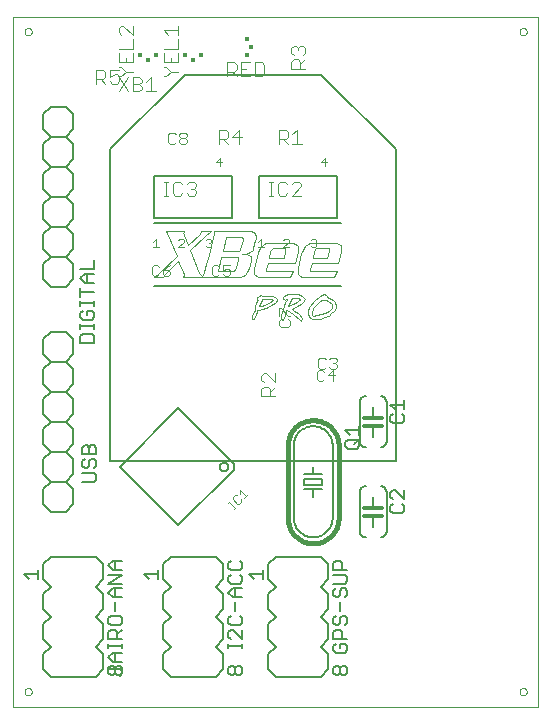
<source format=gto>
G75*
G70*
%OFA0B0*%
%FSLAX24Y24*%
%IPPOS*%
%LPD*%
%AMOC8*
5,1,8,0,0,1.08239X$1,22.5*
%
%ADD10C,0.0000*%
%ADD11C,0.0060*%
%ADD12C,0.0030*%
%ADD13C,0.0160*%
%ADD14C,0.0050*%
%ADD15C,0.0120*%
%ADD16C,0.0080*%
%ADD17C,0.0040*%
%ADD18R,0.0167X0.0128*%
%ADD19R,0.0138X0.0138*%
%ADD20R,0.0128X0.0167*%
D10*
X000150Y000150D02*
X000150Y023150D01*
X017650Y023150D01*
X017650Y000150D01*
X000150Y000150D01*
X000532Y000650D02*
X000534Y000671D01*
X000540Y000691D01*
X000549Y000711D01*
X000561Y000728D01*
X000576Y000742D01*
X000594Y000754D01*
X000614Y000762D01*
X000634Y000767D01*
X000655Y000768D01*
X000676Y000765D01*
X000696Y000759D01*
X000715Y000748D01*
X000732Y000735D01*
X000745Y000719D01*
X000756Y000701D01*
X000764Y000681D01*
X000768Y000661D01*
X000768Y000639D01*
X000764Y000619D01*
X000756Y000599D01*
X000745Y000581D01*
X000732Y000565D01*
X000715Y000552D01*
X000696Y000541D01*
X000676Y000535D01*
X000655Y000532D01*
X000634Y000533D01*
X000614Y000538D01*
X000594Y000546D01*
X000576Y000558D01*
X000561Y000572D01*
X000549Y000589D01*
X000540Y000609D01*
X000534Y000629D01*
X000532Y000650D01*
X017032Y000650D02*
X017034Y000671D01*
X017040Y000691D01*
X017049Y000711D01*
X017061Y000728D01*
X017076Y000742D01*
X017094Y000754D01*
X017114Y000762D01*
X017134Y000767D01*
X017155Y000768D01*
X017176Y000765D01*
X017196Y000759D01*
X017215Y000748D01*
X017232Y000735D01*
X017245Y000719D01*
X017256Y000701D01*
X017264Y000681D01*
X017268Y000661D01*
X017268Y000639D01*
X017264Y000619D01*
X017256Y000599D01*
X017245Y000581D01*
X017232Y000565D01*
X017215Y000552D01*
X017196Y000541D01*
X017176Y000535D01*
X017155Y000532D01*
X017134Y000533D01*
X017114Y000538D01*
X017094Y000546D01*
X017076Y000558D01*
X017061Y000572D01*
X017049Y000589D01*
X017040Y000609D01*
X017034Y000629D01*
X017032Y000650D01*
X017032Y022650D02*
X017034Y022671D01*
X017040Y022691D01*
X017049Y022711D01*
X017061Y022728D01*
X017076Y022742D01*
X017094Y022754D01*
X017114Y022762D01*
X017134Y022767D01*
X017155Y022768D01*
X017176Y022765D01*
X017196Y022759D01*
X017215Y022748D01*
X017232Y022735D01*
X017245Y022719D01*
X017256Y022701D01*
X017264Y022681D01*
X017268Y022661D01*
X017268Y022639D01*
X017264Y022619D01*
X017256Y022599D01*
X017245Y022581D01*
X017232Y022565D01*
X017215Y022552D01*
X017196Y022541D01*
X017176Y022535D01*
X017155Y022532D01*
X017134Y022533D01*
X017114Y022538D01*
X017094Y022546D01*
X017076Y022558D01*
X017061Y022572D01*
X017049Y022589D01*
X017040Y022609D01*
X017034Y022629D01*
X017032Y022650D01*
X000532Y022650D02*
X000534Y022671D01*
X000540Y022691D01*
X000549Y022711D01*
X000561Y022728D01*
X000576Y022742D01*
X000594Y022754D01*
X000614Y022762D01*
X000634Y022767D01*
X000655Y022768D01*
X000676Y022765D01*
X000696Y022759D01*
X000715Y022748D01*
X000732Y022735D01*
X000745Y022719D01*
X000756Y022701D01*
X000764Y022681D01*
X000768Y022661D01*
X000768Y022639D01*
X000764Y022619D01*
X000756Y022599D01*
X000745Y022581D01*
X000732Y022565D01*
X000715Y022552D01*
X000696Y022541D01*
X000676Y022535D01*
X000655Y022532D01*
X000634Y022533D01*
X000614Y022538D01*
X000594Y022546D01*
X000576Y022558D01*
X000561Y022572D01*
X000549Y022589D01*
X000540Y022609D01*
X000534Y022629D01*
X000532Y022650D01*
D11*
X001400Y020150D02*
X001150Y019900D01*
X001150Y019400D01*
X001400Y019150D01*
X001150Y018900D01*
X001150Y018400D01*
X001400Y018150D01*
X001900Y018150D01*
X002150Y018400D01*
X002150Y018900D01*
X001900Y019150D01*
X001400Y019150D01*
X001900Y019150D02*
X002150Y019400D01*
X002150Y019900D01*
X001900Y020150D01*
X001400Y020150D01*
X001400Y018150D02*
X001150Y017900D01*
X001150Y017400D01*
X001400Y017150D01*
X001150Y016900D01*
X001150Y016400D01*
X001400Y016150D01*
X001150Y015900D01*
X001150Y015400D01*
X001400Y015150D01*
X001150Y014900D01*
X001150Y014400D01*
X001400Y014150D01*
X001900Y014150D01*
X002150Y014400D01*
X002150Y014900D01*
X001900Y015150D01*
X001400Y015150D01*
X001900Y015150D02*
X002150Y015400D01*
X002150Y015900D01*
X001900Y016150D01*
X001400Y016150D01*
X001900Y016150D02*
X002150Y016400D01*
X002150Y016900D01*
X001900Y017150D01*
X001400Y017150D01*
X001900Y017150D02*
X002150Y017400D01*
X002150Y017900D01*
X001900Y018150D01*
X004850Y016279D02*
X011078Y016279D01*
X011078Y014191D02*
X004850Y014191D01*
X002150Y012400D02*
X002150Y011900D01*
X001900Y011650D01*
X002150Y011400D01*
X002150Y010900D01*
X001900Y010650D01*
X002150Y010400D01*
X002150Y009900D01*
X001900Y009650D01*
X002150Y009400D01*
X002150Y008900D01*
X001900Y008650D01*
X002150Y008400D01*
X002150Y007900D01*
X001900Y007650D01*
X002150Y007400D01*
X002150Y006900D01*
X001900Y006650D01*
X001400Y006650D01*
X001150Y006900D01*
X001150Y007400D01*
X001400Y007650D01*
X001150Y007900D01*
X001150Y008400D01*
X001400Y008650D01*
X001900Y008650D01*
X001400Y008650D02*
X001150Y008900D01*
X001150Y009400D01*
X001400Y009650D01*
X001150Y009900D01*
X001150Y010400D01*
X001400Y010650D01*
X001150Y010900D01*
X001150Y011400D01*
X001400Y011650D01*
X001150Y011900D01*
X001150Y012400D01*
X001400Y012650D01*
X001900Y012650D01*
X002150Y012400D01*
X001900Y011650D02*
X001400Y011650D01*
X001400Y010650D02*
X001900Y010650D01*
X001900Y009650D02*
X001400Y009650D01*
X001400Y007650D02*
X001900Y007650D01*
X003698Y008147D02*
X005647Y010101D01*
X007503Y008252D01*
X007503Y008054D01*
X005653Y006198D01*
X003698Y008147D01*
X002900Y005150D02*
X001400Y005150D01*
X001150Y004900D01*
X001150Y004400D01*
X001400Y004150D01*
X001150Y003900D01*
X001150Y003400D01*
X001400Y003150D01*
X001150Y002900D01*
X001150Y002400D01*
X001400Y002150D01*
X001150Y001900D01*
X001150Y001400D01*
X001400Y001150D01*
X002900Y001150D01*
X003150Y001400D01*
X003150Y001900D01*
X002900Y002150D01*
X003150Y002400D01*
X003150Y002900D01*
X002900Y003150D01*
X003150Y003400D01*
X003150Y003900D01*
X002900Y004150D01*
X003150Y004400D01*
X003150Y004900D01*
X002900Y005150D01*
X005150Y004900D02*
X005150Y004400D01*
X005400Y004150D01*
X005150Y003900D01*
X005150Y003400D01*
X005400Y003150D01*
X005150Y002900D01*
X005150Y002400D01*
X005400Y002150D01*
X005150Y001900D01*
X005150Y001400D01*
X005400Y001150D01*
X006900Y001150D01*
X007150Y001400D01*
X007150Y001900D01*
X006900Y002150D01*
X007150Y002400D01*
X007150Y002900D01*
X006900Y003150D01*
X007150Y003400D01*
X007150Y003900D01*
X006900Y004150D01*
X007150Y004400D01*
X007150Y004900D01*
X006900Y005150D01*
X005400Y005150D01*
X005150Y004900D01*
X007036Y008153D02*
X007038Y008176D01*
X007044Y008199D01*
X007053Y008220D01*
X007066Y008240D01*
X007082Y008257D01*
X007100Y008271D01*
X007120Y008282D01*
X007142Y008290D01*
X007165Y008294D01*
X007189Y008294D01*
X007212Y008290D01*
X007234Y008282D01*
X007254Y008271D01*
X007272Y008257D01*
X007288Y008240D01*
X007301Y008220D01*
X007310Y008199D01*
X007316Y008176D01*
X007318Y008153D01*
X007316Y008130D01*
X007310Y008107D01*
X007301Y008086D01*
X007288Y008066D01*
X007272Y008049D01*
X007254Y008035D01*
X007234Y008024D01*
X007212Y008016D01*
X007189Y008012D01*
X007165Y008012D01*
X007142Y008016D01*
X007120Y008024D01*
X007100Y008035D01*
X007082Y008049D01*
X007066Y008066D01*
X007053Y008086D01*
X007044Y008107D01*
X007038Y008130D01*
X007036Y008153D01*
X008900Y005150D02*
X008650Y004900D01*
X008650Y004400D01*
X008900Y004150D01*
X008650Y003900D01*
X008650Y003400D01*
X008900Y003150D01*
X008650Y002900D01*
X008650Y002400D01*
X008900Y002150D01*
X008650Y001900D01*
X008650Y001400D01*
X008900Y001150D01*
X010400Y001150D01*
X010650Y001400D01*
X010650Y001900D01*
X010400Y002150D01*
X010650Y002400D01*
X010650Y002900D01*
X010400Y003150D01*
X010650Y003400D01*
X010650Y003900D01*
X010400Y004150D01*
X010650Y004400D01*
X010650Y004900D01*
X010400Y005150D01*
X008900Y005150D01*
X009500Y006450D02*
X009500Y008850D01*
X009502Y008900D01*
X009508Y008949D01*
X009517Y008998D01*
X009530Y009046D01*
X009547Y009093D01*
X009567Y009138D01*
X009591Y009182D01*
X009618Y009224D01*
X009649Y009264D01*
X009682Y009301D01*
X009718Y009335D01*
X009756Y009367D01*
X009797Y009396D01*
X009839Y009421D01*
X009884Y009443D01*
X009930Y009462D01*
X009978Y009477D01*
X010026Y009488D01*
X010075Y009496D01*
X010125Y009500D01*
X010175Y009500D01*
X010225Y009496D01*
X010274Y009488D01*
X010322Y009477D01*
X010370Y009462D01*
X010416Y009443D01*
X010461Y009421D01*
X010503Y009396D01*
X010544Y009367D01*
X010582Y009335D01*
X010618Y009301D01*
X010651Y009264D01*
X010682Y009224D01*
X010709Y009182D01*
X010733Y009138D01*
X010753Y009093D01*
X010770Y009046D01*
X010783Y008998D01*
X010792Y008949D01*
X010798Y008900D01*
X010800Y008850D01*
X010800Y006450D01*
X010798Y006400D01*
X010792Y006351D01*
X010783Y006302D01*
X010770Y006254D01*
X010753Y006207D01*
X010733Y006162D01*
X010709Y006118D01*
X010682Y006076D01*
X010651Y006036D01*
X010618Y005999D01*
X010582Y005965D01*
X010544Y005933D01*
X010503Y005904D01*
X010461Y005879D01*
X010416Y005857D01*
X010370Y005838D01*
X010322Y005823D01*
X010274Y005812D01*
X010225Y005804D01*
X010175Y005800D01*
X010125Y005800D01*
X010075Y005804D01*
X010026Y005812D01*
X009978Y005823D01*
X009930Y005838D01*
X009884Y005857D01*
X009839Y005879D01*
X009797Y005904D01*
X009756Y005933D01*
X009718Y005965D01*
X009682Y005999D01*
X009649Y006036D01*
X009618Y006076D01*
X009591Y006118D01*
X009567Y006162D01*
X009547Y006207D01*
X009530Y006254D01*
X009517Y006302D01*
X009508Y006351D01*
X009502Y006400D01*
X009500Y006450D01*
X010150Y007150D02*
X010150Y007400D01*
X009850Y007400D01*
X009850Y007550D02*
X009850Y007750D01*
X010450Y007750D01*
X010450Y007550D01*
X009850Y007550D01*
X009850Y007900D02*
X010150Y007900D01*
X010150Y008150D01*
X010150Y007900D02*
X010450Y007900D01*
X010450Y007400D02*
X010150Y007400D01*
X011700Y007300D02*
X011700Y006000D01*
X011702Y005974D01*
X011707Y005948D01*
X011715Y005923D01*
X011727Y005900D01*
X011741Y005878D01*
X011759Y005859D01*
X011778Y005841D01*
X011800Y005827D01*
X011823Y005815D01*
X011848Y005807D01*
X011874Y005802D01*
X011900Y005800D01*
X012150Y006150D02*
X012150Y006520D01*
X012150Y006770D02*
X012150Y007150D01*
X012400Y007500D02*
X012426Y007498D01*
X012452Y007493D01*
X012477Y007485D01*
X012500Y007473D01*
X012522Y007459D01*
X012541Y007441D01*
X012559Y007422D01*
X012573Y007400D01*
X012585Y007377D01*
X012593Y007352D01*
X012598Y007326D01*
X012600Y007300D01*
X012600Y006000D01*
X012598Y005974D01*
X012593Y005948D01*
X012585Y005923D01*
X012573Y005900D01*
X012559Y005878D01*
X012541Y005859D01*
X012522Y005841D01*
X012500Y005827D01*
X012477Y005815D01*
X012452Y005807D01*
X012426Y005802D01*
X012400Y005800D01*
X011700Y007300D02*
X011702Y007326D01*
X011707Y007352D01*
X011715Y007377D01*
X011727Y007400D01*
X011741Y007422D01*
X011759Y007441D01*
X011778Y007459D01*
X011800Y007473D01*
X011823Y007485D01*
X011848Y007493D01*
X011874Y007498D01*
X011900Y007500D01*
X011900Y008800D02*
X011874Y008802D01*
X011848Y008807D01*
X011823Y008815D01*
X011800Y008827D01*
X011778Y008841D01*
X011759Y008859D01*
X011741Y008878D01*
X011727Y008900D01*
X011715Y008923D01*
X011707Y008948D01*
X011702Y008974D01*
X011700Y009000D01*
X011700Y010300D01*
X011702Y010326D01*
X011707Y010352D01*
X011715Y010377D01*
X011727Y010400D01*
X011741Y010422D01*
X011759Y010441D01*
X011778Y010459D01*
X011800Y010473D01*
X011823Y010485D01*
X011848Y010493D01*
X011874Y010498D01*
X011900Y010500D01*
X012150Y010150D02*
X012150Y009770D01*
X012150Y009520D02*
X012150Y009150D01*
X012400Y008800D02*
X012426Y008802D01*
X012452Y008807D01*
X012477Y008815D01*
X012500Y008827D01*
X012522Y008841D01*
X012541Y008859D01*
X012559Y008878D01*
X012573Y008900D01*
X012585Y008923D01*
X012593Y008948D01*
X012598Y008974D01*
X012600Y009000D01*
X012600Y010300D01*
X012598Y010326D01*
X012593Y010352D01*
X012585Y010377D01*
X012573Y010400D01*
X012559Y010422D01*
X012541Y010441D01*
X012522Y010459D01*
X012500Y010473D01*
X012477Y010485D01*
X012452Y010493D01*
X012426Y010498D01*
X012400Y010500D01*
D12*
X010886Y011195D02*
X010640Y011195D01*
X010825Y011380D01*
X010825Y011009D01*
X010518Y011071D02*
X010456Y011009D01*
X010333Y011009D01*
X010271Y011071D01*
X010271Y011318D01*
X010333Y011380D01*
X010456Y011380D01*
X010518Y011318D01*
X010507Y011421D02*
X010384Y011421D01*
X010322Y011482D01*
X010322Y011729D01*
X010384Y011791D01*
X010507Y011791D01*
X010569Y011729D01*
X010690Y011729D02*
X010752Y011791D01*
X010876Y011791D01*
X010937Y011729D01*
X010937Y011667D01*
X010876Y011606D01*
X010937Y011544D01*
X010937Y011482D01*
X010876Y011421D01*
X010752Y011421D01*
X010690Y011482D01*
X010569Y011482D02*
X010507Y011421D01*
X010814Y011606D02*
X010876Y011606D01*
X009379Y012884D02*
X009379Y013007D01*
X009318Y013069D01*
X009318Y013190D02*
X009379Y013190D01*
X009318Y013190D02*
X009071Y013437D01*
X009009Y013437D01*
X009009Y013190D01*
X009071Y013069D02*
X009009Y013007D01*
X009009Y012884D01*
X009071Y012822D01*
X009318Y012822D01*
X009379Y012884D01*
X007386Y014571D02*
X007325Y014509D01*
X007201Y014509D01*
X007140Y014571D01*
X007018Y014571D02*
X006956Y014509D01*
X006833Y014509D01*
X006771Y014571D01*
X006771Y014818D01*
X006833Y014880D01*
X006956Y014880D01*
X007018Y014818D01*
X007140Y014880D02*
X007140Y014695D01*
X007263Y014756D01*
X007325Y014756D01*
X007386Y014695D01*
X007386Y014571D01*
X007386Y014880D02*
X007140Y014880D01*
X005386Y014880D02*
X005263Y014818D01*
X005140Y014695D01*
X005325Y014695D01*
X005386Y014633D01*
X005386Y014571D01*
X005325Y014509D01*
X005201Y014509D01*
X005140Y014571D01*
X005140Y014695D01*
X005018Y014818D02*
X004956Y014880D01*
X004833Y014880D01*
X004771Y014818D01*
X004771Y014571D01*
X004833Y014509D01*
X004956Y014509D01*
X005018Y014571D01*
X005384Y018921D02*
X005322Y018982D01*
X005322Y019229D01*
X005384Y019291D01*
X005507Y019291D01*
X005569Y019229D01*
X005690Y019229D02*
X005690Y019167D01*
X005752Y019106D01*
X005690Y019044D01*
X005690Y018982D01*
X005752Y018921D01*
X005876Y018921D01*
X005937Y018982D01*
X005937Y019044D01*
X005876Y019106D01*
X005937Y019167D01*
X005937Y019229D01*
X005876Y019291D01*
X005752Y019291D01*
X005690Y019229D01*
X005752Y019106D02*
X005876Y019106D01*
X005569Y018982D02*
X005507Y018921D01*
X005384Y018921D01*
X007717Y007370D02*
X007923Y007165D01*
X007855Y007097D02*
X007991Y007234D01*
X007718Y007234D02*
X007717Y007370D01*
X007612Y007196D02*
X007544Y007196D01*
X007475Y007127D01*
X007475Y007059D01*
X007612Y006922D01*
X007681Y006923D01*
X007749Y006991D01*
X007749Y007059D01*
X007576Y006818D02*
X007508Y006749D01*
X007542Y006783D02*
X007337Y006988D01*
X007302Y006954D02*
X007371Y007023D01*
D13*
X009300Y006450D02*
X009300Y008850D01*
X009302Y008907D01*
X009308Y008963D01*
X009317Y009019D01*
X009330Y009075D01*
X009347Y009129D01*
X009367Y009182D01*
X009391Y009233D01*
X009419Y009283D01*
X009449Y009331D01*
X009483Y009377D01*
X009520Y009420D01*
X009559Y009461D01*
X009601Y009499D01*
X009646Y009534D01*
X009693Y009566D01*
X009742Y009595D01*
X009792Y009621D01*
X009845Y009643D01*
X009898Y009662D01*
X009953Y009677D01*
X010009Y009688D01*
X010065Y009696D01*
X010122Y009700D01*
X010178Y009700D01*
X010235Y009696D01*
X010291Y009688D01*
X010347Y009677D01*
X010402Y009662D01*
X010455Y009643D01*
X010508Y009621D01*
X010558Y009595D01*
X010607Y009566D01*
X010654Y009534D01*
X010699Y009499D01*
X010741Y009461D01*
X010780Y009420D01*
X010817Y009377D01*
X010851Y009331D01*
X010881Y009283D01*
X010909Y009233D01*
X010933Y009182D01*
X010953Y009129D01*
X010970Y009075D01*
X010983Y009019D01*
X010992Y008963D01*
X010998Y008907D01*
X011000Y008850D01*
X011000Y006450D01*
X010998Y006393D01*
X010992Y006337D01*
X010983Y006281D01*
X010970Y006225D01*
X010953Y006171D01*
X010933Y006118D01*
X010909Y006067D01*
X010881Y006017D01*
X010851Y005969D01*
X010817Y005923D01*
X010780Y005880D01*
X010741Y005839D01*
X010699Y005801D01*
X010654Y005766D01*
X010607Y005734D01*
X010558Y005705D01*
X010508Y005679D01*
X010455Y005657D01*
X010402Y005638D01*
X010347Y005623D01*
X010291Y005612D01*
X010235Y005604D01*
X010178Y005600D01*
X010122Y005600D01*
X010065Y005604D01*
X010009Y005612D01*
X009953Y005623D01*
X009898Y005638D01*
X009845Y005657D01*
X009792Y005679D01*
X009742Y005705D01*
X009693Y005734D01*
X009646Y005766D01*
X009601Y005801D01*
X009559Y005839D01*
X009520Y005880D01*
X009483Y005923D01*
X009449Y005969D01*
X009419Y006017D01*
X009391Y006067D01*
X009367Y006118D01*
X009347Y006171D01*
X009330Y006225D01*
X009317Y006281D01*
X009308Y006337D01*
X009302Y006393D01*
X009300Y006450D01*
D14*
X008475Y004715D02*
X008475Y004415D01*
X008475Y004565D02*
X008025Y004565D01*
X008175Y004415D01*
X007775Y004479D02*
X007775Y004329D01*
X007700Y004254D01*
X007400Y004254D01*
X007325Y004329D01*
X007325Y004479D01*
X007400Y004554D01*
X007400Y004715D02*
X007700Y004715D01*
X007775Y004790D01*
X007775Y004940D01*
X007700Y005015D01*
X007400Y005015D02*
X007325Y004940D01*
X007325Y004790D01*
X007400Y004715D01*
X007700Y004554D02*
X007775Y004479D01*
X007775Y004094D02*
X007475Y004094D01*
X007325Y003944D01*
X007475Y003794D01*
X007775Y003794D01*
X007550Y003794D02*
X007550Y004094D01*
X007550Y003634D02*
X007550Y003333D01*
X007700Y003173D02*
X007775Y003098D01*
X007775Y002948D01*
X007700Y002873D01*
X007400Y002873D01*
X007325Y002948D01*
X007325Y003098D01*
X007400Y003173D01*
X007400Y002713D02*
X007325Y002638D01*
X007325Y002488D01*
X007400Y002413D01*
X007325Y002256D02*
X007325Y002106D01*
X007325Y002181D02*
X007775Y002181D01*
X007775Y002106D02*
X007775Y002256D01*
X007775Y002413D02*
X007475Y002713D01*
X007400Y002713D01*
X007775Y002713D02*
X007775Y002413D01*
X007700Y001515D02*
X007625Y001515D01*
X007550Y001440D01*
X007550Y001290D01*
X007475Y001215D01*
X007400Y001215D01*
X007325Y001290D01*
X007325Y001440D01*
X007400Y001515D01*
X007475Y001515D01*
X007550Y001440D01*
X007550Y001290D02*
X007625Y001215D01*
X007700Y001215D01*
X007775Y001290D01*
X007775Y001440D01*
X007700Y001515D01*
X004975Y004415D02*
X004975Y004715D01*
X004975Y004565D02*
X004525Y004565D01*
X004675Y004415D01*
X003775Y004554D02*
X003325Y004554D01*
X003475Y004715D02*
X003325Y004865D01*
X003475Y005015D01*
X003775Y005015D01*
X003775Y004715D02*
X003475Y004715D01*
X003550Y004715D02*
X003550Y005015D01*
X003775Y004554D02*
X003325Y004254D01*
X003775Y004254D01*
X003775Y004094D02*
X003475Y004094D01*
X003325Y003944D01*
X003475Y003794D01*
X003775Y003794D01*
X003550Y003794D02*
X003550Y004094D01*
X003550Y003634D02*
X003550Y003333D01*
X003700Y003173D02*
X003400Y003173D01*
X003325Y003098D01*
X003325Y002948D01*
X003400Y002873D01*
X003700Y002873D01*
X003775Y002948D01*
X003775Y003098D01*
X003700Y003173D01*
X003775Y002713D02*
X003625Y002563D01*
X003625Y002638D02*
X003625Y002413D01*
X003775Y002413D02*
X003325Y002413D01*
X003325Y002638D01*
X003400Y002713D01*
X003550Y002713D01*
X003625Y002638D01*
X003775Y002256D02*
X003775Y002106D01*
X003775Y002181D02*
X003325Y002181D01*
X003325Y002106D02*
X003325Y002256D01*
X003475Y001946D02*
X003775Y001946D01*
X003775Y001645D02*
X003475Y001645D01*
X003325Y001795D01*
X003475Y001946D01*
X003550Y001946D02*
X003550Y001645D01*
X003625Y001515D02*
X003550Y001440D01*
X003550Y001290D01*
X003475Y001215D01*
X003400Y001215D01*
X003325Y001290D01*
X003325Y001440D01*
X003400Y001515D01*
X003475Y001515D01*
X003550Y001440D01*
X003625Y001515D02*
X003700Y001515D01*
X003775Y001440D01*
X003775Y001290D01*
X003700Y001215D01*
X003625Y001215D01*
X003550Y001290D01*
X003700Y001185D02*
X003775Y001260D01*
X003775Y001335D01*
X003700Y001410D01*
X003325Y001410D01*
X003325Y001335D02*
X003325Y001485D01*
X000975Y004415D02*
X000975Y004715D01*
X000975Y004565D02*
X000525Y004565D01*
X000675Y004415D01*
X002455Y007645D02*
X002830Y007645D01*
X002905Y007720D01*
X002905Y007870D01*
X002830Y007945D01*
X002455Y007945D01*
X002530Y008105D02*
X002455Y008180D01*
X002455Y008331D01*
X002530Y008406D01*
X002680Y008331D02*
X002755Y008406D01*
X002830Y008406D01*
X002905Y008331D01*
X002905Y008180D01*
X002830Y008105D01*
X002680Y008180D02*
X002680Y008331D01*
X002680Y008180D02*
X002605Y008105D01*
X002530Y008105D01*
X002455Y008566D02*
X002455Y008791D01*
X002530Y008866D01*
X002605Y008866D01*
X002680Y008791D01*
X002680Y008566D01*
X002680Y008791D02*
X002755Y008866D01*
X002830Y008866D01*
X002905Y008791D01*
X002905Y008566D01*
X002455Y008566D01*
X002395Y012289D02*
X002395Y012514D01*
X002470Y012589D01*
X002770Y012589D01*
X002845Y012514D01*
X002845Y012289D01*
X002395Y012289D01*
X002395Y012750D02*
X002395Y012900D01*
X002395Y012825D02*
X002845Y012825D01*
X002845Y012750D02*
X002845Y012900D01*
X002770Y013056D02*
X002845Y013132D01*
X002845Y013282D01*
X002770Y013357D01*
X002620Y013357D01*
X002620Y013207D01*
X002470Y013357D02*
X002395Y013282D01*
X002395Y013132D01*
X002470Y013056D01*
X002770Y013056D01*
X002845Y013517D02*
X002845Y013667D01*
X002845Y013592D02*
X002395Y013592D01*
X002395Y013517D02*
X002395Y013667D01*
X002395Y013824D02*
X002395Y014124D01*
X002395Y013974D02*
X002845Y013974D01*
X002845Y014284D02*
X002545Y014284D01*
X002395Y014434D01*
X002545Y014584D01*
X002845Y014584D01*
X002845Y014745D02*
X002845Y015045D01*
X002845Y014745D02*
X002395Y014745D01*
X002620Y014584D02*
X002620Y014284D01*
X010900Y005015D02*
X010825Y004940D01*
X010825Y004715D01*
X011275Y004715D01*
X011125Y004715D02*
X011125Y004940D01*
X011050Y005015D01*
X010900Y005015D01*
X010825Y004554D02*
X011200Y004554D01*
X011275Y004479D01*
X011275Y004329D01*
X011200Y004254D01*
X010825Y004254D01*
X010900Y004094D02*
X010825Y004019D01*
X010825Y003869D01*
X010900Y003794D01*
X010975Y003794D01*
X011050Y003869D01*
X011050Y004019D01*
X011125Y004094D01*
X011200Y004094D01*
X011275Y004019D01*
X011275Y003869D01*
X011200Y003794D01*
X011050Y003634D02*
X011050Y003333D01*
X011125Y003173D02*
X011200Y003173D01*
X011275Y003098D01*
X011275Y002948D01*
X011200Y002873D01*
X011050Y002948D02*
X011050Y003098D01*
X011125Y003173D01*
X010900Y003173D02*
X010825Y003098D01*
X010825Y002948D01*
X010900Y002873D01*
X010975Y002873D01*
X011050Y002948D01*
X011050Y002713D02*
X010900Y002713D01*
X010825Y002638D01*
X010825Y002413D01*
X011275Y002413D01*
X011125Y002413D02*
X011125Y002638D01*
X011050Y002713D01*
X011050Y002253D02*
X011050Y002102D01*
X011050Y002253D02*
X011200Y002253D01*
X011275Y002177D01*
X011275Y002027D01*
X011200Y001952D01*
X010900Y001952D01*
X010825Y002027D01*
X010825Y002177D01*
X010900Y002253D01*
X010900Y001515D02*
X010825Y001440D01*
X010825Y001290D01*
X010900Y001215D01*
X010975Y001215D01*
X011050Y001290D01*
X011050Y001440D01*
X011125Y001515D01*
X011200Y001515D01*
X011275Y001440D01*
X011275Y001290D01*
X011200Y001215D01*
X011125Y001215D01*
X011050Y001290D01*
X011050Y001440D02*
X010975Y001515D01*
X010900Y001515D01*
X012800Y006604D02*
X013100Y006604D01*
X013175Y006679D01*
X013175Y006829D01*
X013100Y006904D01*
X013175Y007065D02*
X012875Y007365D01*
X012800Y007365D01*
X012725Y007290D01*
X012725Y007140D01*
X012800Y007065D01*
X012800Y006904D02*
X012725Y006829D01*
X012725Y006679D01*
X012800Y006604D01*
X013175Y007065D02*
X013175Y007365D01*
X011675Y008829D02*
X011600Y008754D01*
X011300Y008754D01*
X011225Y008829D01*
X011225Y008979D01*
X011300Y009054D01*
X011600Y009054D01*
X011675Y008979D01*
X011675Y008829D01*
X011525Y008904D02*
X011675Y009054D01*
X011675Y009215D02*
X011675Y009515D01*
X011675Y009365D02*
X011225Y009365D01*
X011375Y009215D01*
X012725Y009679D02*
X012800Y009604D01*
X013100Y009604D01*
X013175Y009679D01*
X013175Y009829D01*
X013100Y009904D01*
X013175Y010065D02*
X013175Y010365D01*
X013175Y010215D02*
X012725Y010215D01*
X012875Y010065D01*
X012800Y009904D02*
X012725Y009829D01*
X012725Y009679D01*
D15*
X012450Y009770D02*
X012150Y009770D01*
X011850Y009770D01*
X011850Y009520D02*
X012150Y009520D01*
X012450Y009520D01*
X012450Y006770D02*
X012150Y006770D01*
X011850Y006770D01*
X011850Y006520D02*
X012150Y006520D01*
X012450Y006520D01*
D16*
X012914Y008337D02*
X003386Y008337D01*
X003386Y018733D01*
X005876Y021223D01*
X010424Y021223D01*
X012914Y018733D01*
X012914Y008337D01*
X010940Y016450D02*
X008360Y016450D01*
X008360Y017850D01*
X010940Y017850D01*
X010940Y016450D01*
X007440Y016450D02*
X004860Y016450D01*
X004860Y017850D01*
X007440Y017850D01*
X007440Y016450D01*
D17*
X007245Y015819D02*
X007130Y015353D01*
X007679Y015353D01*
X007711Y015375D01*
X007728Y015413D01*
X007805Y015704D01*
X007799Y015791D01*
X007750Y015819D01*
X007245Y015819D01*
X006829Y015896D02*
X006807Y015797D01*
X006664Y015216D01*
X006588Y014903D01*
X006522Y014657D01*
X006478Y014525D01*
X006445Y014492D01*
X006429Y014492D01*
X006341Y014613D01*
X006034Y015369D01*
X006549Y015852D01*
X006626Y015918D01*
X006681Y015956D01*
X006752Y016005D01*
X006407Y016005D01*
X006401Y015983D01*
X006385Y015950D01*
X006363Y015923D01*
X005974Y015539D01*
X005836Y015885D01*
X005836Y015912D01*
X005820Y015939D01*
X005836Y015972D01*
X005836Y016005D01*
X005233Y016005D01*
X005294Y015945D01*
X005606Y015183D01*
X004970Y014585D01*
X004833Y014487D01*
X005157Y014487D01*
X005206Y014574D01*
X005661Y015018D01*
X005836Y014585D01*
X005836Y014547D01*
X005804Y014487D01*
X007706Y014487D01*
X007810Y014520D01*
X007876Y014552D01*
X007958Y014646D01*
X007969Y014711D01*
X008007Y014772D01*
X008068Y015013D01*
X008068Y015161D01*
X008062Y015172D01*
X007947Y015227D01*
X007788Y015249D01*
X007898Y015249D01*
X007986Y015271D01*
X008051Y015298D01*
X008134Y015380D01*
X008155Y015435D01*
X008221Y015709D01*
X008238Y015753D01*
X008238Y015846D01*
X008216Y015901D01*
X008183Y015961D01*
X008139Y015989D01*
X008073Y016005D01*
X006829Y016005D01*
X006829Y015896D01*
X006712Y015750D02*
X006759Y015704D01*
X006759Y015657D01*
X006712Y015610D01*
X006759Y015563D01*
X006759Y015517D01*
X006712Y015470D01*
X006619Y015470D01*
X006572Y015517D01*
X006665Y015610D02*
X006712Y015610D01*
X006712Y015750D02*
X006619Y015750D01*
X006572Y015704D01*
X007092Y015155D02*
X006966Y014673D01*
X007498Y014673D01*
X007519Y014684D01*
X007558Y014728D01*
X007580Y014761D01*
X007662Y015084D01*
X007662Y015101D01*
X007635Y015139D01*
X007591Y015155D01*
X007092Y015155D01*
X008188Y014772D02*
X008177Y014684D01*
X008177Y014629D01*
X008194Y014569D01*
X008221Y014530D01*
X008265Y014498D01*
X008309Y014487D01*
X009394Y014487D01*
X009471Y014673D01*
X009400Y014662D01*
X008610Y014662D01*
X008589Y014679D01*
X008583Y014717D01*
X008594Y014750D01*
X008638Y014936D01*
X009537Y014936D01*
X009630Y015314D01*
X009630Y015506D01*
X009608Y015528D01*
X009537Y015583D01*
X009477Y015605D01*
X008616Y015605D01*
X008583Y015600D01*
X008517Y015578D01*
X008430Y015523D01*
X008380Y015451D01*
X008314Y015320D01*
X008298Y015260D01*
X008188Y014772D01*
X008687Y015112D02*
X008693Y015106D01*
X009164Y015106D01*
X009224Y015342D01*
X009224Y015413D01*
X009208Y015430D01*
X009186Y015435D01*
X008797Y015435D01*
X008764Y015419D01*
X008742Y015380D01*
X008726Y015336D01*
X008687Y015112D01*
X008498Y015470D02*
X008311Y015470D01*
X008404Y015470D02*
X008404Y015750D01*
X008311Y015657D01*
X009162Y015700D02*
X009209Y015747D01*
X009302Y015747D01*
X009349Y015700D01*
X009349Y015653D01*
X009162Y015466D01*
X009349Y015466D01*
X009773Y015320D02*
X009839Y015451D01*
X009888Y015523D01*
X009976Y015578D01*
X010041Y015600D01*
X010074Y015605D01*
X010935Y015605D01*
X010995Y015583D01*
X011067Y015528D01*
X011088Y015506D01*
X011088Y015314D01*
X010995Y014936D01*
X010096Y014936D01*
X010052Y014750D01*
X010041Y014717D01*
X010047Y014679D01*
X010069Y014662D01*
X010858Y014662D01*
X010929Y014673D01*
X010853Y014487D01*
X009767Y014487D01*
X009723Y014498D01*
X009679Y014530D01*
X009652Y014569D01*
X009636Y014629D01*
X009636Y014684D01*
X009647Y014772D01*
X009756Y015260D01*
X009773Y015320D01*
X010072Y015517D02*
X010119Y015470D01*
X010212Y015470D01*
X010259Y015517D01*
X010259Y015563D01*
X010212Y015610D01*
X010165Y015610D01*
X010212Y015610D02*
X010259Y015657D01*
X010259Y015704D01*
X010212Y015750D01*
X010119Y015750D01*
X010072Y015704D01*
X010222Y015419D02*
X010255Y015435D01*
X010644Y015435D01*
X010666Y015430D01*
X010683Y015413D01*
X010683Y015342D01*
X010622Y015106D01*
X010151Y015106D01*
X010146Y015112D01*
X010184Y015336D01*
X010200Y015380D01*
X010222Y015419D01*
X010507Y013895D02*
X010392Y013834D01*
X010184Y013659D01*
X010036Y013511D01*
X010019Y013467D01*
X009992Y013335D01*
X009987Y013226D01*
X010041Y013122D01*
X010135Y013061D01*
X010261Y013061D01*
X010420Y013083D01*
X010524Y013149D01*
X010666Y013182D01*
X010743Y013259D01*
X010847Y013341D01*
X010908Y013450D01*
X010919Y013522D01*
X010891Y013626D01*
X010798Y013703D01*
X010688Y013779D01*
X010611Y013801D01*
X010606Y013829D01*
X010568Y013873D01*
X010513Y013895D01*
X010453Y013708D02*
X010392Y013664D01*
X010250Y013555D01*
X010156Y013429D01*
X010107Y013270D01*
X010102Y013215D01*
X010151Y013187D01*
X010283Y013193D01*
X010414Y013242D01*
X010551Y013286D01*
X010666Y013352D01*
X010776Y013429D01*
X010776Y013560D01*
X010655Y013686D01*
X010590Y013708D01*
X010453Y013708D01*
X009866Y013752D02*
X009839Y013703D01*
X009839Y013659D01*
X009795Y013615D01*
X009734Y013577D01*
X009614Y013522D01*
X009499Y013450D01*
X009444Y013418D01*
X009526Y013335D01*
X009630Y013264D01*
X009707Y013204D01*
X009751Y013149D01*
X009773Y013094D01*
X009778Y013061D01*
X009762Y013028D01*
X009745Y013023D01*
X009701Y013056D01*
X009488Y013226D01*
X009285Y013363D01*
X009246Y013363D01*
X009235Y013324D01*
X009197Y013215D01*
X009164Y013116D01*
X009142Y013061D01*
X009142Y013028D01*
X009082Y013083D01*
X009076Y013165D01*
X009087Y013220D01*
X009137Y013396D01*
X009164Y013494D01*
X009224Y013631D01*
X009263Y013703D01*
X009279Y013741D01*
X009241Y013747D01*
X009197Y013714D01*
X009197Y013719D01*
X009181Y013741D01*
X009153Y013757D01*
X009142Y013779D01*
X009148Y013812D01*
X009181Y013845D01*
X009241Y013867D01*
X009312Y013895D01*
X009630Y013895D01*
X009696Y013878D01*
X009773Y013851D01*
X009817Y013823D01*
X009855Y013779D01*
X009866Y013752D01*
X009712Y013719D02*
X009674Y013708D01*
X009619Y013653D01*
X009542Y013609D01*
X009471Y013571D01*
X009389Y013555D01*
X009323Y013522D01*
X009427Y013708D01*
X009433Y013763D01*
X009630Y013763D01*
X009696Y013752D01*
X009712Y013719D01*
X008945Y013725D02*
X008945Y013703D01*
X008923Y013653D01*
X008890Y013615D01*
X008824Y013571D01*
X008583Y013450D01*
X008457Y013401D01*
X008358Y013379D01*
X008325Y013374D01*
X008287Y013374D01*
X008271Y013324D01*
X008238Y013226D01*
X008210Y013138D01*
X008188Y013100D01*
X008177Y013078D01*
X008155Y013067D01*
X008128Y013083D01*
X008106Y013116D01*
X008106Y013154D01*
X008117Y013198D01*
X008166Y013302D01*
X008199Y013379D01*
X008210Y013450D01*
X008227Y013516D01*
X008254Y013604D01*
X008282Y013670D01*
X008309Y013714D01*
X008265Y013714D01*
X008265Y013807D01*
X008314Y013807D01*
X008358Y013840D01*
X008402Y013884D01*
X008451Y013856D01*
X008649Y013856D01*
X008808Y013840D01*
X008917Y013774D01*
X008945Y013725D01*
X008819Y013708D02*
X008813Y013692D01*
X008786Y013670D01*
X008698Y013626D01*
X008627Y013577D01*
X008528Y013549D01*
X008457Y013522D01*
X008413Y013516D01*
X008347Y013516D01*
X008446Y013719D01*
X008457Y013747D01*
X008737Y013747D01*
X008802Y013719D01*
X008819Y013708D01*
X008880Y011267D02*
X008880Y010960D01*
X008573Y011267D01*
X008496Y011267D01*
X008420Y011190D01*
X008420Y011036D01*
X008496Y010960D01*
X008496Y010806D02*
X008650Y010806D01*
X008727Y010729D01*
X008727Y010499D01*
X008880Y010499D02*
X008420Y010499D01*
X008420Y010729D01*
X008496Y010806D01*
X008727Y010653D02*
X008880Y010806D01*
X005849Y015466D02*
X005662Y015466D01*
X005849Y015653D01*
X005849Y015700D01*
X005802Y015747D01*
X005709Y015747D01*
X005662Y015700D01*
X004998Y015470D02*
X004811Y015470D01*
X004904Y015470D02*
X004904Y015750D01*
X004811Y015657D01*
X005170Y017190D02*
X005323Y017190D01*
X005247Y017190D02*
X005247Y017650D01*
X005323Y017650D02*
X005170Y017650D01*
X005477Y017574D02*
X005477Y017267D01*
X005554Y017190D01*
X005707Y017190D01*
X005784Y017267D01*
X005937Y017267D02*
X006014Y017190D01*
X006168Y017190D01*
X006244Y017267D01*
X006244Y017343D01*
X006168Y017420D01*
X006091Y017420D01*
X006168Y017420D02*
X006244Y017497D01*
X006244Y017574D01*
X006168Y017650D01*
X006014Y017650D01*
X005937Y017574D01*
X005784Y017574D02*
X005707Y017650D01*
X005554Y017650D01*
X005477Y017574D01*
X006920Y018310D02*
X007107Y018310D01*
X007060Y018170D02*
X007060Y018450D01*
X006920Y018310D01*
X006999Y018920D02*
X006999Y019380D01*
X007229Y019380D01*
X007306Y019304D01*
X007306Y019150D01*
X007229Y019073D01*
X006999Y019073D01*
X007153Y019073D02*
X007306Y018920D01*
X007460Y019150D02*
X007767Y019150D01*
X007690Y018920D02*
X007690Y019380D01*
X007460Y019150D01*
X008670Y017650D02*
X008823Y017650D01*
X008747Y017650D02*
X008747Y017190D01*
X008823Y017190D02*
X008670Y017190D01*
X008977Y017267D02*
X008977Y017574D01*
X009054Y017650D01*
X009207Y017650D01*
X009284Y017574D01*
X009437Y017574D02*
X009514Y017650D01*
X009668Y017650D01*
X009744Y017574D01*
X009744Y017497D01*
X009437Y017190D01*
X009744Y017190D01*
X009284Y017267D02*
X009207Y017190D01*
X009054Y017190D01*
X008977Y017267D01*
X008999Y018920D02*
X008999Y019380D01*
X009229Y019380D01*
X009306Y019304D01*
X009306Y019150D01*
X009229Y019073D01*
X008999Y019073D01*
X009153Y019073D02*
X009306Y018920D01*
X009460Y018920D02*
X009767Y018920D01*
X009613Y018920D02*
X009613Y019380D01*
X009460Y019227D01*
X010420Y018310D02*
X010607Y018310D01*
X010560Y018170D02*
X010560Y018450D01*
X010420Y018310D01*
X008440Y021170D02*
X008210Y021170D01*
X008210Y021630D01*
X008440Y021630D01*
X008517Y021554D01*
X008517Y021247D01*
X008440Y021170D01*
X008056Y021170D02*
X007749Y021170D01*
X007749Y021630D01*
X008056Y021630D01*
X007903Y021400D02*
X007749Y021400D01*
X007596Y021400D02*
X007596Y021554D01*
X007519Y021630D01*
X007289Y021630D01*
X007289Y021170D01*
X007289Y021323D02*
X007519Y021323D01*
X007596Y021400D01*
X007442Y021323D02*
X007596Y021170D01*
X009420Y021420D02*
X009420Y021650D01*
X009496Y021727D01*
X009650Y021727D01*
X009727Y021650D01*
X009727Y021420D01*
X009880Y021420D02*
X009420Y021420D01*
X009727Y021573D02*
X009880Y021727D01*
X009803Y021880D02*
X009880Y021957D01*
X009880Y022111D01*
X009803Y022187D01*
X009727Y022187D01*
X009650Y022111D01*
X009650Y022034D01*
X009650Y022111D02*
X009573Y022187D01*
X009496Y022187D01*
X009420Y022111D01*
X009420Y021957D01*
X009496Y021880D01*
X005630Y021937D02*
X005630Y021630D01*
X005170Y021630D01*
X005170Y021937D01*
X005170Y022091D02*
X005630Y022091D01*
X005630Y022398D01*
X005630Y022551D02*
X005630Y022858D01*
X005630Y022705D02*
X005170Y022705D01*
X005323Y022551D01*
X005400Y021784D02*
X005400Y021630D01*
X005246Y021477D02*
X005400Y021323D01*
X005630Y021323D01*
X005400Y021323D02*
X005246Y021170D01*
X005170Y021170D01*
X005170Y021477D02*
X005246Y021477D01*
X004744Y021130D02*
X004744Y020670D01*
X004591Y020670D02*
X004898Y020670D01*
X004591Y020977D02*
X004744Y021130D01*
X004437Y021054D02*
X004437Y020977D01*
X004361Y020900D01*
X004130Y020900D01*
X004130Y020670D02*
X004361Y020670D01*
X004437Y020747D01*
X004437Y020823D01*
X004361Y020900D01*
X004437Y021054D02*
X004361Y021130D01*
X004130Y021130D01*
X004130Y020670D01*
X003977Y020670D02*
X003670Y021130D01*
X003687Y021150D02*
X003687Y020997D01*
X003611Y020920D01*
X003457Y020920D01*
X003380Y020997D01*
X003380Y021150D02*
X003534Y021227D01*
X003611Y021227D01*
X003687Y021150D01*
X003670Y021170D02*
X003746Y021170D01*
X003900Y021323D01*
X004130Y021323D01*
X003977Y021130D02*
X003670Y020670D01*
X003227Y020920D02*
X003073Y021073D01*
X003150Y021073D02*
X002920Y021073D01*
X002920Y020920D02*
X002920Y021380D01*
X003150Y021380D01*
X003227Y021304D01*
X003227Y021150D01*
X003150Y021073D01*
X003380Y021150D02*
X003380Y021380D01*
X003687Y021380D01*
X003670Y021477D02*
X003746Y021477D01*
X003900Y021323D01*
X003900Y021630D02*
X003900Y021784D01*
X003670Y021630D02*
X004130Y021630D01*
X004130Y021937D01*
X004130Y022091D02*
X004130Y022398D01*
X004130Y022551D02*
X003823Y022858D01*
X003746Y022858D01*
X003670Y022781D01*
X003670Y022628D01*
X003746Y022551D01*
X004130Y022551D02*
X004130Y022858D01*
X004130Y022091D02*
X003670Y022091D01*
X003670Y021937D02*
X003670Y021630D01*
D18*
X007929Y021879D03*
X007929Y022421D03*
D19*
X008081Y022150D03*
X006150Y021719D03*
X004650Y021719D03*
D20*
X004921Y021871D03*
X004379Y021871D03*
X005879Y021871D03*
X006421Y021871D03*
M02*

</source>
